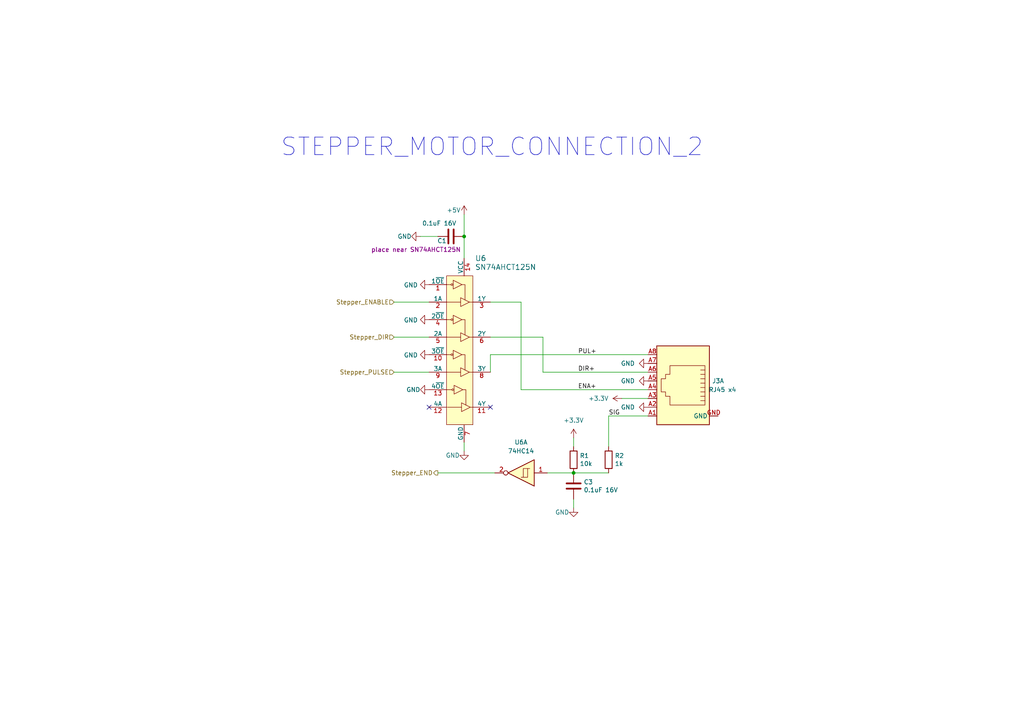
<source format=kicad_sch>
(kicad_sch (version 20230121) (generator eeschema)
  (paper "A4")
  (lib_symbols
    (symbol "74xx:74HC14" (pin_names (offset 1.016))
      (property "Reference" "U" (at 0 1.27 0))
      (property "Value" "74HC14" (at 0 -1.27 0))
      (symbol "74HC14_1_0"
        (polyline (pts (xy -3.81 3.81) (xy -3.81 -3.81) (xy 3.81 0) (xy -3.81 3.81)) (stroke (width 0.254)) (fill (type background)))
        (pin input line (at -7.62 0 0) (length 3.81) (name "~") (number "1"))
        (pin output inverted (at 7.62 0 180) (length 3.81) (name "~") (number "2"))
      )
      (symbol "74HC14_1_1"
        (polyline (pts (xy -1.905 -1.27) (xy -1.905 1.27) (xy -0.635 1.27)))
        (polyline (pts (xy -2.54 -1.27) (xy -0.635 -1.27) (xy -0.635 1.27) (xy 0 1.27)))
      )
      (symbol "74HC14_2_0"
        (polyline (pts (xy -3.81 3.81) (xy -3.81 -3.81) (xy 3.81 0) (xy -3.81 3.81)) (stroke (width 0.254)) (fill (type background)))
        (pin input line (at -7.62 0 0) (length 3.81) (name "~") (number "3"))
        (pin output inverted (at 7.62 0 180) (length 3.81) (name "~") (number "4"))
      )
      (symbol "74HC14_2_1"
        (polyline (pts (xy -1.905 -1.27) (xy -1.905 1.27) (xy -0.635 1.27)))
        (polyline (pts (xy -2.54 -1.27) (xy -0.635 -1.27) (xy -0.635 1.27) (xy 0 1.27)))
      )
      (symbol "74HC14_3_0"
        (polyline (pts (xy -3.81 3.81) (xy -3.81 -3.81) (xy 3.81 0) (xy -3.81 3.81)) (stroke (width 0.254)) (fill (type background)))
        (pin input line (at -7.62 0 0) (length 3.81) (name "~") (number "5"))
        (pin output inverted (at 7.62 0 180) (length 3.81) (name "~") (number "6"))
      )
      (symbol "74HC14_3_1"
        (polyline (pts (xy -1.905 -1.27) (xy -1.905 1.27) (xy -0.635 1.27)))
        (polyline (pts (xy -2.54 -1.27) (xy -0.635 -1.27) (xy -0.635 1.27) (xy 0 1.27)))
      )
      (symbol "74HC14_4_0"
        (polyline (pts (xy -3.81 3.81) (xy -3.81 -3.81) (xy 3.81 0) (xy -3.81 3.81)) (stroke (width 0.254)) (fill (type background)))
        (pin output inverted (at 7.62 0 180) (length 3.81) (name "~") (number "8"))
        (pin input line (at -7.62 0 0) (length 3.81) (name "~") (number "9"))
      )
      (symbol "74HC14_4_1"
        (polyline (pts (xy -1.905 -1.27) (xy -1.905 1.27) (xy -0.635 1.27)))
        (polyline (pts (xy -2.54 -1.27) (xy -0.635 -1.27) (xy -0.635 1.27) (xy 0 1.27)))
      )
      (symbol "74HC14_5_0"
        (polyline (pts (xy -3.81 3.81) (xy -3.81 -3.81) (xy 3.81 0) (xy -3.81 3.81)) (stroke (width 0.254)) (fill (type background)))
        (pin output inverted (at 7.62 0 180) (length 3.81) (name "~") (number "10"))
        (pin input line (at -7.62 0 0) (length 3.81) (name "~") (number "11"))
      )
      (symbol "74HC14_5_1"
        (polyline (pts (xy -1.905 -1.27) (xy -1.905 1.27) (xy -0.635 1.27)))
        (polyline (pts (xy -2.54 -1.27) (xy -0.635 -1.27) (xy -0.635 1.27) (xy 0 1.27)))
      )
      (symbol "74HC14_6_0"
        (polyline (pts (xy -3.81 3.81) (xy -3.81 -3.81) (xy 3.81 0) (xy -3.81 3.81)) (stroke (width 0.254)) (fill (type background)))
        (pin output inverted (at 7.62 0 180) (length 3.81) (name "~") (number "12"))
        (pin input line (at -7.62 0 0) (length 3.81) (name "~") (number "13"))
      )
      (symbol "74HC14_6_1"
        (polyline (pts (xy -1.905 -1.27) (xy -1.905 1.27) (xy -0.635 1.27)))
        (polyline (pts (xy -2.54 -1.27) (xy -0.635 -1.27) (xy -0.635 1.27) (xy 0 1.27)))
      )
      (symbol "74HC14_7_0"
        (pin power_in line (at 0 12.7 270) (length 5.08) (name "VCC") (number "14"))
        (pin power_in line (at 0 -12.7 90) (length 5.08) (name "GND") (number "7"))
      )
      (symbol "74HC14_7_1"
        (rectangle (start -5.08 7.62) (end 5.08 -7.62) (stroke (width 0.254)) (fill (type background)))
      )
    )
    (symbol "Device:C" (pin_numbers hide) (pin_names (offset 0.254))
      (property "Reference" "C" (at 0.635 2.54 0))
      (property "Value" "C" (at 0.635 -2.54 0))
      (symbol "C_0_1"
        (polyline (pts (xy -2.032 -0.762) (xy 2.032 -0.762)) (stroke (width 0.508)))
        (polyline (pts (xy -2.032 0.762) (xy 2.032 0.762)) (stroke (width 0.508)))
      )
      (symbol "C_1_1"
        (pin passive line (at 0 3.81 270) (length 2.794) (name "~") (number "1"))
        (pin passive line (at 0 -3.81 90) (length 2.794) (name "~") (number "2"))
      )
    )
    (symbol "Device:R" (pin_numbers hide) (pin_names (offset 0))
      (property "Reference" "R" (at 2.032 0 90))
      (property "Value" "R" (at 0 0 90))
      (symbol "R_0_1"
        (rectangle (start -1.016 -2.54) (end 1.016 2.54) (stroke (width 0.254)))
      )
      (symbol "R_1_1"
        (pin passive line (at 0 3.81 270) (length 1.27) (name "~") (number "1"))
        (pin passive line (at 0 -3.81 90) (length 1.27) (name "~") (number "2"))
      )
    )
    (symbol "clockdiv:RJ45_x4"
      (property "Reference" "J1" (at -16.51 1.27 0))
      (property "Value" "RJ45 x4" (at -16.51 -1.27 0))
      (symbol "RJ45_x4_0_1"
        (polyline (pts (xy -12.7 3.175) (xy -13.97 3.175)))
        (polyline (pts (xy -12.7 4.445) (xy -13.97 4.445)))
        (polyline (pts (xy -13.97 -4.445) (xy -12.7 -4.445) (xy -12.7 -4.445)))
        (polyline (pts (xy -13.97 -3.175) (xy -12.7 -3.175) (xy -12.7 -3.175)))
        (polyline (pts (xy -13.97 -1.905) (xy -12.7 -1.905) (xy -12.7 -1.905)))
        (polyline (pts (xy -13.97 -0.635) (xy -12.7 -0.635) (xy -12.7 -0.635)))
        (polyline (pts (xy -13.97 0.635) (xy -12.7 0.635) (xy -12.7 0.635)))
        (polyline (pts (xy -12.7 1.905) (xy -13.97 1.905) (xy -13.97 1.905)))
        (polyline (pts (xy -13.97 -5.715) (xy -13.97 5.715) (xy -3.81 5.715) (xy -3.81 3.175) (xy -2.54 3.175) (xy -2.54 1.905) (xy -1.27 1.905) (xy -1.27 -1.905) (xy -2.54 -1.905) (xy -2.54 -3.175) (xy -3.81 -3.175) (xy -3.81 -5.715) (xy -13.97 -5.715) (xy -13.97 -5.715)))
        (rectangle (start 0 11.43) (end -15.24 -11.43) (stroke (width 0.254)) (fill (type background)))
      )
      (symbol "RJ45_x4_1_1"
        (pin passive line (at 2.54 -8.89 180) (length 2.54) (name "~") (number "A1"))
        (pin passive line (at 2.54 -6.35 180) (length 2.54) (name "~") (number "A2"))
        (pin passive line (at 2.54 -3.81 180) (length 2.54) (name "~") (number "A3"))
        (pin passive line (at 2.54 -1.27 180) (length 2.54) (name "~") (number "A4"))
        (pin passive line (at 2.54 1.27 180) (length 2.54) (name "~") (number "A5"))
        (pin passive line (at 2.54 3.81 180) (length 2.54) (name "~") (number "A6"))
        (pin passive line (at 2.54 6.35 180) (length 2.54) (name "~") (number "A7"))
        (pin passive line (at 2.54 8.89 180) (length 2.54) (name "~") (number "A8"))
        (pin input line (at -17.78 -8.89 0) (length 2.54) (name "GND") (number "GND"))
      )
      (symbol "RJ45_x4_2_1"
        (pin passive line (at 2.54 -8.89 180) (length 2.54) (name "~") (number "B1"))
        (pin passive line (at 2.54 -6.35 180) (length 2.54) (name "~") (number "B2"))
        (pin passive line (at 2.54 -3.81 180) (length 2.54) (name "~") (number "B3"))
        (pin passive line (at 2.54 -1.27 180) (length 2.54) (name "~") (number "B4"))
        (pin passive line (at 2.54 1.27 180) (length 2.54) (name "~") (number "B5"))
        (pin passive line (at 2.54 3.81 180) (length 2.54) (name "~") (number "B6"))
        (pin passive line (at 2.54 6.35 180) (length 2.54) (name "~") (number "B7"))
        (pin passive line (at 2.54 8.89 180) (length 2.54) (name "~") (number "B8"))
      )
      (symbol "RJ45_x4_3_1"
        (pin passive line (at 2.54 -8.89 180) (length 2.54) (name "~") (number "C1"))
        (pin passive line (at 2.54 -6.35 180) (length 2.54) (name "~") (number "C2"))
        (pin passive line (at 2.54 -3.81 180) (length 2.54) (name "~") (number "C3"))
        (pin passive line (at 2.54 -1.27 180) (length 2.54) (name "~") (number "C4"))
        (pin passive line (at 2.54 1.27 180) (length 2.54) (name "~") (number "C5"))
        (pin passive line (at 2.54 3.81 180) (length 2.54) (name "~") (number "C6"))
        (pin passive line (at 2.54 6.35 180) (length 2.54) (name "~") (number "C7"))
        (pin passive line (at 2.54 8.89 180) (length 2.54) (name "~") (number "C8"))
      )
      (symbol "RJ45_x4_4_1"
        (pin passive line (at 2.54 -8.89 180) (length 2.54) (name "~") (number "D1"))
        (pin passive line (at 2.54 -6.35 180) (length 2.54) (name "~") (number "D2"))
        (pin passive line (at 2.54 -3.81 180) (length 2.54) (name "~") (number "D3"))
        (pin passive line (at 2.54 -1.27 180) (length 2.54) (name "~") (number "D4"))
        (pin passive line (at 2.54 1.27 180) (length 2.54) (name "~") (number "D5"))
        (pin passive line (at 2.54 3.81 180) (length 2.54) (name "~") (number "D6"))
        (pin passive line (at 2.54 6.35 180) (length 2.54) (name "~") (number "D7"))
        (pin passive line (at 2.54 8.89 180) (length 2.54) (name "~") (number "D8"))
      )
    )
    (symbol "dk_Logic-Buffers-Drivers-Receivers-Transceivers:SN74AHCT125N" (pin_names (offset 0))
      (property "Reference" "U" (at -2.54 13.97 0))
      (property "Value" "SN74AHCT125N" (at 1.905 -31.75 0))
      (symbol "SN74AHCT125N_0_1"
        (rectangle (start -5.08 12.7) (end 2.54 -30.48) (fill (type background)))
        (circle (center -3.556 -10.16) (radius 0.254))
        (circle (center -3.556 0) (radius 0.254))
        (circle (center -3.556 10.16) (radius 0.254))
        (circle (center -3.302 -20.32) (radius 0.254))
        (polyline (pts (xy -3.81 -10.16) (xy -5.207 -10.16)))
        (polyline (pts (xy -3.81 0) (xy -5.207 0)))
        (polyline (pts (xy -3.81 10.16) (xy -5.207 10.16)))
        (polyline (pts (xy -3.556 -20.32) (xy -4.953 -20.32)))
        (polyline (pts (xy -1.016 -15.24) (xy -5.08 -15.24)))
        (polyline (pts (xy -1.016 -5.08) (xy -5.08 -5.08)))
        (polyline (pts (xy -1.016 5.08) (xy -5.08 5.08)))
        (polyline (pts (xy -0.762 -25.4) (xy -4.826 -25.4)))
        (polyline (pts (xy 1.397 -15.24) (xy 2.413 -15.24)))
        (polyline (pts (xy 1.397 -5.08) (xy 2.413 -5.08)))
        (polyline (pts (xy 1.397 5.08) (xy 2.413 5.08)))
        (polyline (pts (xy 1.651 -25.4) (xy 2.667 -25.4)))
        (polyline (pts (xy 0.254 -14.605) (xy 0.254 -10.16) (xy -0.635 -10.16)))
        (polyline (pts (xy 0.254 -4.445) (xy 0.254 0) (xy -0.635 0)))
        (polyline (pts (xy 0.254 5.715) (xy 0.254 10.16) (xy -0.635 10.16)))
        (polyline (pts (xy 0.508 -24.765) (xy 0.508 -20.32) (xy -0.381 -20.32)))
        (polyline (pts (xy -3.175 -8.89) (xy -3.175 -10.16) (xy -3.175 -11.43) (xy -0.635 -10.16) (xy -3.175 -8.89)))
        (polyline (pts (xy -3.175 1.27) (xy -3.175 0) (xy -3.175 -1.27) (xy -0.635 0) (xy -3.175 1.27)))
        (polyline (pts (xy -3.175 11.43) (xy -3.175 10.16) (xy -3.175 8.89) (xy -0.635 10.16) (xy -3.175 11.43)))
        (polyline (pts (xy -2.921 -19.05) (xy -2.921 -20.32) (xy -2.921 -21.59) (xy -0.381 -20.32) (xy -2.921 -19.05)))
        (polyline (pts (xy -1.016 -13.97) (xy -1.016 -15.24) (xy -1.016 -16.51) (xy 1.524 -15.24) (xy -1.016 -13.97)))
        (polyline (pts (xy -1.016 -3.81) (xy -1.016 -5.08) (xy -1.016 -6.35) (xy 1.524 -5.08) (xy -1.016 -3.81)))
        (polyline (pts (xy -1.016 6.35) (xy -1.016 5.08) (xy -1.016 3.81) (xy 1.524 5.08) (xy -1.016 6.35)))
        (polyline (pts (xy -0.762 -24.13) (xy -0.762 -25.4) (xy -0.762 -26.67) (xy 1.778 -25.4) (xy -0.762 -24.13)))
      )
      (symbol "SN74AHCT125N_1_1"
        (pin input line (at -10.16 10.16 0) (length 5.08) (name "1~{OE}") (number "1"))
        (pin input line (at -10.16 -10.16 0) (length 5.08) (name "3~{OE}") (number "10"))
        (pin output line (at 7.62 -25.4 180) (length 5.08) (name "4Y") (number "11"))
        (pin input line (at -10.16 -25.4 0) (length 5.08) (name "4A") (number "12"))
        (pin input line (at -10.16 -20.32 0) (length 5.08) (name "4~{OE}") (number "13"))
        (pin power_in line (at 0 17.78 270) (length 5.08) (name "VCC") (number "14"))
        (pin input line (at -10.16 5.08 0) (length 5.08) (name "1A") (number "2"))
        (pin output line (at 7.62 5.08 180) (length 5.08) (name "1Y") (number "3"))
        (pin input line (at -10.16 0 0) (length 5.08) (name "2~{OE}") (number "4"))
        (pin input line (at -10.16 -5.08 0) (length 5.08) (name "2A") (number "5"))
        (pin output line (at 7.62 -5.08 180) (length 5.08) (name "2Y") (number "6"))
        (pin power_in line (at 0 -35.56 90) (length 5.08) (name "GND") (number "7"))
        (pin output line (at 7.62 -15.24 180) (length 5.08) (name "3Y") (number "8"))
        (pin input line (at -10.16 -15.24 0) (length 5.08) (name "3A") (number "9"))
      )
    )
    (symbol "power:+3.3V" (power) (pin_names (offset 0))
      (property "Value" "+3.3V" (at 0 3.556 0))
      (symbol "+3.3V_0_1"
        (polyline (pts (xy -0.762 1.27) (xy 0 2.54)))
        (polyline (pts (xy 0 0) (xy 0 2.54)))
        (polyline (pts (xy 0 2.54) (xy 0.762 1.27)))
      )
      (symbol "+3.3V_1_1"
        (pin power_in line (at 0 0 90) (length 0) hide (name "+3.3V") (number "1"))
      )
    )
    (symbol "power:+5V" (power) (pin_names (offset 0))
      (property "Value" "+5V" (at 0 3.556 0))
      (symbol "+5V_0_1"
        (polyline (pts (xy -0.762 1.27) (xy 0 2.54)))
        (polyline (pts (xy 0 0) (xy 0 2.54)))
        (polyline (pts (xy 0 2.54) (xy 0.762 1.27)))
      )
      (symbol "+5V_1_1"
        (pin power_in line (at 0 0 90) (length 0) hide (name "+5V") (number "1"))
      )
    )
    (symbol "power:GND" (power) (pin_names (offset 0))
      (property "Value" "GND" (at 0 -3.81 0))
      (symbol "GND_0_1"
        (polyline (pts (xy 0 0) (xy 0 -1.27) (xy 1.27 -1.27) (xy 0 -2.54) (xy -1.27 -1.27) (xy 0 -1.27)))
      )
      (symbol "GND_1_1"
        (pin power_in line (at 0 0 270) (length 0) hide (name "GND") (number "1"))
      )
    )
  )
  (junction (at 166.37 137.16))
  (junction (at 134.62 68.58))
  (no_connect (at 142.24 118.11))
  (no_connect (at 124.46 118.11))
  (wire (pts (xy 134.62 62.23) (xy 134.62 68.58)))
  (wire (pts (xy 151.13 113.03) (xy 151.13 87.63)))
  (wire (pts (xy 176.53 120.65) (xy 176.53 129.54)))
  (wire (pts (xy 157.48 107.95) (xy 187.96 107.95)))
  (wire (pts (xy 142.24 102.87) (xy 142.24 107.95)))
  (wire (pts (xy 176.53 120.65) (xy 187.96 120.65)))
  (wire (pts (xy 142.24 97.79) (xy 157.48 97.79)))
  (wire (pts (xy 114.3 97.79) (xy 124.46 97.79)))
  (wire (pts (xy 166.37 137.16) (xy 176.53 137.16)))
  (wire (pts (xy 180.34 115.57) (xy 187.96 115.57)))
  (wire (pts (xy 166.37 129.54) (xy 166.37 127)))
  (wire (pts (xy 157.48 97.79) (xy 157.48 107.95)))
  (wire (pts (xy 121.92 68.58) (xy 127 68.58)))
  (wire (pts (xy 142.24 102.87) (xy 187.96 102.87)))
  (wire (pts (xy 158.75 137.16) (xy 166.37 137.16)))
  (wire (pts (xy 134.62 128.27) (xy 134.62 130.81)))
  (wire (pts (xy 151.13 113.03) (xy 187.96 113.03)))
  (wire (pts (xy 143.51 137.16) (xy 127 137.16)))
  (wire (pts (xy 166.37 147.32) (xy 166.37 144.78)))
  (wire (pts (xy 114.3 87.63) (xy 124.46 87.63)))
  (wire (pts (xy 114.3 107.95) (xy 124.46 107.95)))
  (wire (pts (xy 151.13 87.63) (xy 142.24 87.63)))
  (wire (pts (xy 134.62 68.58) (xy 134.62 74.93)))
  (text "STEPPER_MOTOR_CONNECTION_2" (at 81.28 45.72 0) (effects (font (size 5.08 5.08)) (justify left bottom)))
  (label "ENA+" (at 167.64 113.03 0))
  (label "DIR+" (at 167.64 107.95 0))
  (label "SIG" (at 176.53 120.65 0))
  (label "PUL+" (at 167.64 102.87 0))
  (hierarchical_label "Stepper_ENABLE" (shape input) (at 114.3 87.63 180))
  (hierarchical_label "Stepper_DIR" (shape input) (at 114.3 97.79 180))
  (hierarchical_label "Stepper_END" (shape output) (at 127 137.16 180))
  (hierarchical_label "Stepper_PULSE" (shape input) (at 114.3 107.95 180))
  (symbol (lib_id "power:GND") (at 121.92 68.58 270) (unit 1)
    (property "Reference" "#PWR01" (effects hide))
    (property "Value" "GND" (at 119.38 68.58 90) (effects (justify right)))
    (instances (project "HangOn_Mainboard" (path "" (reference "#PWR01") (unit 1)) (path "" (reference "#PWR01") (unit 1)) (path "" (reference "#PWR062") (unit 1))) (project "MechanicalTheatre" (path "" (reference "#PWR049") (unit 1))))
  )
  (symbol (lib_id "power:+3.3V") (at 166.37 127 0) (unit 1)
    (property "Reference" "#PWR040" (effects hide))
    (property "Value" "+3.3V" (at 166.37 121.92 0))
    (instances (project "HangOn_Mainboard" (path "" (reference "#PWR040") (unit 1)) (path "" (reference "#PWR021") (unit 1))))
  )
  (symbol (lib_id "Device:C") (at 166.37 140.97 0) (unit 1)
    (property "Reference" "C3" (at 169.291 139.8016 0) (effects (justify left)))
    (property "Value" "0.1uF 16V" (at 169.291 142.113 0) (effects (justify left)))
    (property "Footprint" "HangOn_Mainboard:R0603" (effects hide))
    (property "JLCPCB Part #" "C14663" (effects hide))
    (instances (project "HangOn_Mainboard" (path "" (reference "C3") (unit 1)) (path "" (reference "C3") (unit 1)) (path "" (reference "C6") (unit 1))) (project "MechanicalTheatre" (path "" (reference "C6") (unit 1))))
  )
  (symbol (lib_id "power:GND") (at 187.96 105.41 270) (mirror x) (unit 1)
    (property "Reference" "#PWR013" (effects hide))
    (property "Value" "GND" (at 184.15 105.41 90) (effects (justify right)))
    (instances (project "HangOn_Mainboard" (path "" (reference "#PWR013") (unit 1)) (path "" (reference "#PWR012") (unit 1)) (path "" (reference "#PWR047") (unit 1))) (project "MechanicalTheatre" (path "" (reference "#PWR0153") (unit 1))))
  )
  (symbol (lib_id "Device:R") (at 166.37 133.35 180) (unit 1)
    (property "Reference" "R1" (at 168.148 132.1816 0) (effects (justify right)))
    (property "Value" "10k" (at 168.148 134.493 0) (effects (justify right)))
    (property "Footprint" "HangOn_Mainboard:R0603" (effects hide))
    (property "JLCPCB Part #" "C25804" (effects hide))
    (instances (project "HangOn_Mainboard" (path "" (reference "R1") (unit 1)) (path "" (reference "R1") (unit 1)) (path "" (reference "R4") (unit 1))) (project "MechanicalTheatre" (path "" (reference "R16") (unit 1))))
  )
  (symbol (lib_id "power:GND") (at 124.46 102.87 270) (unit 1)
    (property "Reference" "#PWR03" (effects hide))
    (property "Value" "GND" (at 121.2088 102.997 90) (effects (justify right)))
    (instances (project "HangOn_Mainboard" (path "" (reference "#PWR03") (unit 1)) (path "" (reference "#PWR03") (unit 1)) (path "" (reference "#PWR065") (unit 1))) (project "MechanicalTheatre" (path "" (reference "#PWR059") (unit 1))))
  )
  (symbol (lib_id "74xx:74HC14") (at 151.13 137.16 180) (unit 1)
    (property "Reference" "U6" (at 151.13 128.27 0))
    (property "Value" "74HC14" (at 151.13 130.81 0))
    (property "Footprint" "HangOn_Mainboard:SOIC-14_L8.7-W3.9-P1.27-LS6.0-BL" (effects hide))
    (property "Datasheet" "http://www.ti.com/lit/gpn/sn74HC14" (effects hide))
    (property "JLCPCB Part #" "C6820" (effects hide))
    (instances (project "HangOn_Mainboard" (path "" (reference "U6") (unit 1)) (path "" (reference "U4") (unit 2))))
  )
  (symbol (lib_id "power:GND") (at 124.46 92.71 270) (unit 1)
    (property "Reference" "#PWR03" (effects hide))
    (property "Value" "GND" (at 121.2088 92.837 90) (effects (justify right)))
    (instances (project "HangOn_Mainboard" (path "" (reference "#PWR03") (unit 1)) (path "" (reference "#PWR014") (unit 1)) (path "" (reference "#PWR064") (unit 1))) (project "MechanicalTheatre" (path "" (reference "#PWR059") (unit 1))))
  )
  (symbol (lib_id "power:GND") (at 187.96 118.11 270) (mirror x) (unit 1)
    (property "Reference" "#PWR013" (effects hide))
    (property "Value" "GND" (at 184.15 118.11 90) (effects (justify right)))
    (instances (project "HangOn_Mainboard" (path "" (reference "#PWR013") (unit 1)) (path "" (reference "#PWR012") (unit 1)) (path "" (reference "#PWR023") (unit 1))) (project "MechanicalTheatre" (path "" (reference "#PWR0153") (unit 1))))
  )
  (symbol (lib_id "clockdiv:RJ45_x4") (at 190.5 111.76 0) (mirror y) (unit 1)
    (property "Reference" "J3" (at 208.28 110.49 0))
    (property "Value" "RJ45 x4" (at 209.55 113.03 0))
    (property "Footprint" "clockdiv:RJ45_x4" (effects hide))
    (property "Datasheet" "https://abracon.com/Magnetics/lan/ARJ14A.pdf" (effects hide))
    (instances (project "HangOn_Mainboard" (path "" (reference "J3") (unit 1)) (path "" (reference "J4") (unit 2))))
  )
  (symbol (lib_id "Device:R") (at 176.53 133.35 0) (unit 1)
    (property "Reference" "R2" (at 178.308 132.1816 0) (effects (justify left)))
    (property "Value" "1k" (at 178.308 134.493 0) (effects (justify left)))
    (property "Footprint" "HangOn_Mainboard:R0603" (effects hide))
    (property "JLCPCB Part #" "C21190" (effects hide))
    (instances (project "HangOn_Mainboard" (path "" (reference "R2") (unit 1)) (path "" (reference "R2") (unit 1)) (path "" (reference "R5") (unit 1))) (project "MechanicalTheatre" (path "" (reference "R17") (unit 1))))
  )
  (symbol (lib_id "power:GND") (at 124.46 82.55 270) (unit 1)
    (property "Reference" "#PWR02" (effects hide))
    (property "Value" "GND" (at 121.2088 82.677 90) (effects (justify right)))
    (instances (project "HangOn_Mainboard" (path "" (reference "#PWR02") (unit 1)) (path "" (reference "#PWR02") (unit 1)) (path "" (reference "#PWR063") (unit 1))) (project "MechanicalTheatre" (path "" (reference "#PWR058") (unit 1))))
  )
  (symbol (lib_id "power:GND") (at 124.46 113.03 270) (unit 1)
    (property "Reference" "#PWR04" (effects hide))
    (property "Value" "GND" (at 121.92 113.03 90) (effects (justify right)))
    (instances (project "HangOn_Mainboard" (path "" (reference "#PWR04") (unit 1)) (path "" (reference "#PWR041") (unit 1)) (path "" (reference "#PWR066") (unit 1))) (project "MechanicalTheatre" (path "" (reference "#PWR060") (unit 1))))
  )
  (symbol (lib_id "power:GND") (at 134.62 130.81 0) (unit 1)
    (property "Reference" "#PWR06" (effects hide))
    (property "Value" "GND" (at 133.35 132.08 0) (effects (justify right)))
    (instances (project "HangOn_Mainboard" (path "" (reference "#PWR06") (unit 1)) (path "" (reference "#PWR06") (unit 1)) (path "" (reference "#PWR068") (unit 1))) (project "MechanicalTheatre" (path "" (reference "#PWR062") (unit 1))))
  )
  (symbol (lib_id "power:GND") (at 187.96 110.49 270) (mirror x) (unit 1)
    (property "Reference" "#PWR013" (effects hide))
    (property "Value" "GND" (at 184.15 110.49 90) (effects (justify right)))
    (instances (project "HangOn_Mainboard" (path "" (reference "#PWR013") (unit 1)) (path "" (reference "#PWR012") (unit 1)) (path "" (reference "#PWR046") (unit 1))) (project "MechanicalTheatre" (path "" (reference "#PWR0153") (unit 1))))
  )
  (symbol (lib_id "power:+5V") (at 134.62 62.23 0) (unit 1)
    (property "Reference" "#PWR05" (effects hide))
    (property "Value" "+5V" (at 129.54 60.96 0) (effects (justify left)))
    (instances (project "HangOn_Mainboard" (path "" (reference "#PWR05") (unit 1)) (path "" (reference "#PWR05") (unit 1)) (path "" (reference "#PWR067") (unit 1))) (project "MechanicalTheatre" (path "" (reference "#PWR?") (unit 1)) (path "" (reference "#PWR052") (unit 1))))
  )
  (symbol (lib_id "power:+3.3V") (at 180.34 115.57 90) (unit 1)
    (property "Reference" "#PWR040" (effects hide))
    (property "Value" "+3.3V" (at 176.53 115.57 90) (effects (justify left)))
    (instances (project "HangOn_Mainboard" (path "" (reference "#PWR040") (unit 1)) (path "" (reference "#PWR022") (unit 1))))
  )
  (symbol (lib_id "power:GND") (at 166.37 147.32 0) (unit 1)
    (property "Reference" "#PWR07" (effects hide))
    (property "Value" "GND" (at 165.1 148.59 0) (effects (justify right)))
    (instances (project "HangOn_Mainboard" (path "" (reference "#PWR07") (unit 1)) (path "" (reference "#PWR07") (unit 1)) (path "" (reference "#PWR020") (unit 1))) (project "MechanicalTheatre" (path "" (reference "#PWR063") (unit 1))))
  )
  (symbol (lib_id "dk_Logic-Buffers-Drivers-Receivers-Transceivers:SN74AHCT125N") (at 134.62 92.71 0) (unit 1)
    (property "Reference" "U6" (at 137.7697 74.93 0) (effects (font (size 1.524 1.524)) (justify left)))
    (property "Value" "SN74AHCT125N" (at 137.7697 77.47 0) (effects (font (size 1.524 1.524)) (justify left)))
    (property "Footprint" "HangOn_Mainboard:SOIC-14_L8.7-W3.9-P1.27-LS6.0-BL" (effects hide))
    (property "Datasheet" "http://www.ti.com/general/docs/suppproductinfo.tsp?distId=10&gotoUrl=http%3A%2F%2Fwww.ti.com%2Flit%2Fgpn%2Fsn74ahct125" (effects hide))
    (property "Digi-Key_PN" "296-4655-5-ND" (effects hide))
    (property "MPN" "SN74AHCT125N" (effects hide))
    (property "Category" "Integrated Circuits (ICs)" (effects hide))
    (property "Family" "Logic - Buffers, Drivers, Receivers, Transceivers" (effects hide))
    (property "DK_Datasheet_Link" "http://www.ti.com/general/docs/suppproductinfo.tsp?distId=10&gotoUrl=http%3A%2F%2Fwww.ti.com%2Flit%2Fgpn%2Fsn74ahct125" (effects hide))
    (property "DK_Detail_Page" "/product-detail/en/texas-instruments/SN74AHCT125N/296-4655-5-ND/375798" (effects hide))
    (property "Description" "IC BUF NON-INVERT 5.5V 14DIP" (effects hide))
    (property "Manufacturer" "Texas Instruments" (effects hide))
    (property "Status" "Active" (effects hide))
    (property "JLCPCB Part #" "C155176" (effects hide))
    (instances (project "HangOn_Mainboard" (path "" (reference "U6") (unit 1)) (path "" (reference "U2") (unit 1))))
  )
  (symbol (lib_id "Device:C") (at 130.81 68.58 90) (unit 1)
    (property "Reference" "C1" (at 129.54 69.85 90) (effects (justify left)))
    (property "Value" "0.1uF 16V " (at 133.35 64.77 90) (effects (justify left)))
    (property "Footprint" "HangOn_Mainboard:R0603" (effects hide))
    (property "Comment" "place near SN74AHCT125N" (at 120.65 72.39 90))
    (property "JLCPCB Part #" "C14663" (effects hide))
    (instances (project "HangOn_Mainboard" (path "" (reference "C1") (unit 1)) (path "" (reference "C2") (unit 1)) (path "" (reference "C10") (unit 1))) (project "MechanicalTheatre" (path "" (reference "C?") (unit 1)) (path "" (reference "C25") (unit 1))))
  )
)
</source>
